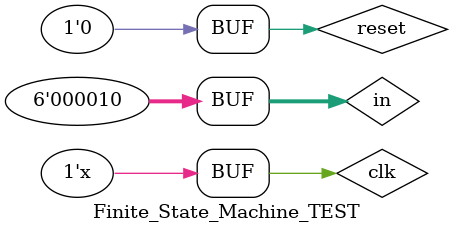
<source format=v>
`timescale 1ns / 1ps


module Finite_State_Machine_TEST;

	// Inputs
	reg [5:0] in;
	reg clk;
	reg reset;

	// Outputs
	wire [3:0] out;

	// Instantiate the Unit Under Test (UUT)
	Finite_State_Machine uut (
		.out(out), 
		.in(in), 
		.clk(clk), 
		.reset(reset)
	);

	initial begin
		// Initialize Inputs
		in = 0;
		clk = 0;
		reset = 0;

		// Wait 100 ns for global reset to finish
		#100;
        
		// Add stimulus here
	//Here lies the tests for the 5 different Opcodes that exist in the finite state machine
	#10;
	in = 6'b 100011;		//LW
	#100;
	in = 6'b 101011;		//SW
	#200;
	in = 6'b 000000;		//R-type
	#300;
	in = 6'b 000100;		//BEQ
	#400;
	in = 6'b 000010;		//J
	#500;
	end
	always begin
		#5 {clk} = {clk} +1;
	end
      
endmodule


</source>
